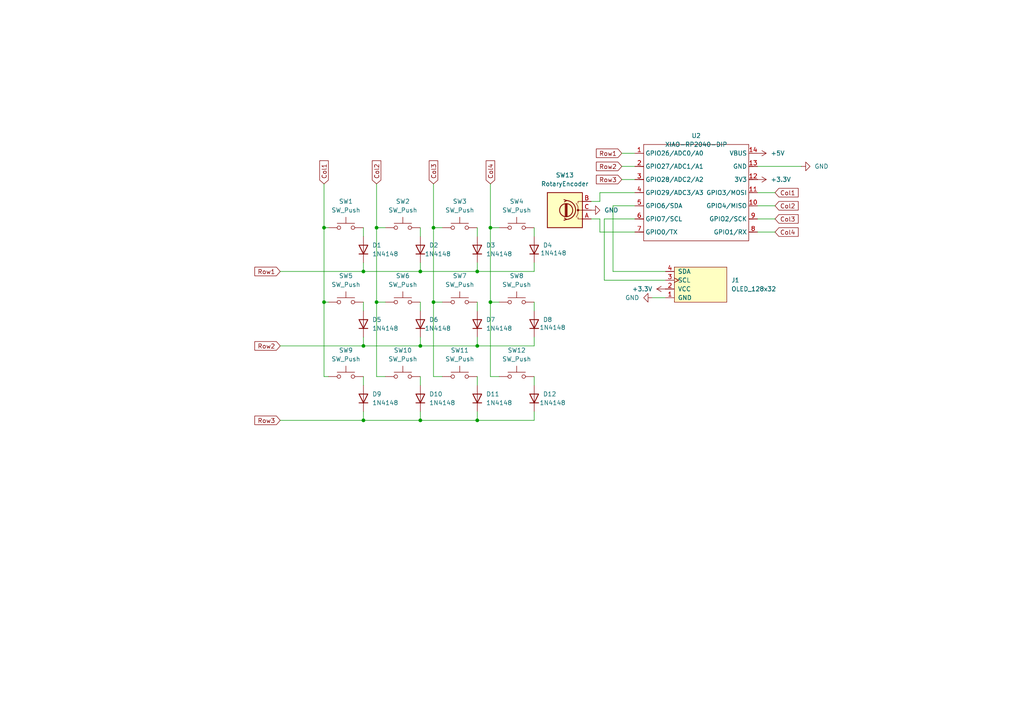
<source format=kicad_sch>
(kicad_sch (version 20250114) (generator "eeschema") (generator_version "9.0")
  (paper "A4")
  (lib_symbols
    (symbol "Device:RotaryEncoder" (pin_names (offset 0.254) (hide yes))
      (property "Reference" "SW" (at 0 6.604 0))
      (property "Value" "RotaryEncoder" (at 0 -6.604 0))
      (symbol "RotaryEncoder_0_1"
        (rectangle (start -5.08 5.08) (end 5.08 -5.08) (stroke (width 0.254)) (fill (type background)))
        (polyline (pts (xy -5.08 2.54) (xy -3.81 2.54) (xy -3.81 2.032)))
        (polyline (pts (xy -5.08 0) (xy -3.81 0) (xy -3.81 -1.016) (xy -3.302 -2.032)))
        (polyline (pts (xy -5.08 -2.54) (xy -3.81 -2.54) (xy -3.81 -2.032)))
        (polyline (pts (xy -4.318 0) (xy -3.81 0) (xy -3.81 1.016) (xy -3.302 2.032)))
        (circle (center -3.81 0) (radius 0.254) (fill (type outline)))
        (polyline (pts (xy -0.635 -1.778) (xy -0.635 1.778)) (stroke (width 0.254)))
        (circle (center -0.381 0) (radius 1.905) (stroke (width 0.254)))
        (polyline (pts (xy -0.381 -1.778) (xy -0.381 1.778)) (stroke (width 0.254)))
        (arc (start -0.381 -2.794) (mid -3.0988 -0.0635) (end -0.381 2.667) (stroke (width 0.254)))
        (polyline (pts (xy -0.127 1.778) (xy -0.127 -1.778)) (stroke (width 0.254)))
        (polyline (pts (xy 0.254 2.921) (xy -0.508 2.667) (xy 0.127 2.286)) (stroke (width 0.254)))
        (polyline (pts (xy 0.254 -3.048) (xy -0.508 -2.794) (xy 0.127 -2.413)) (stroke (width 0.254)))
      )
      (symbol "RotaryEncoder_1_1"
        (pin passive line (at -7.62 2.54 0) (length 2.54) (name "A") (number "A"))
        (pin passive line (at -7.62 0 0) (length 2.54) (name "C") (number "C"))
        (pin passive line (at -7.62 -2.54 0) (length 2.54) (name "B") (number "B"))
      )
    )
    (symbol "Diode:1N4148" (pin_numbers (hide yes)) (pin_names (hide yes))
      (property "Reference" "D" (at 0 2.54 0))
      (property "Value" "1N4148" (at 0 -2.54 0))
      (symbol "1N4148_0_1"
        (polyline (pts (xy -1.27 1.27) (xy -1.27 -1.27)) (stroke (width 0.254)))
        (polyline (pts (xy 1.27 1.27) (xy 1.27 -1.27) (xy -1.27 0) (xy 1.27 1.27)) (stroke (width 0.254)))
        (polyline (pts (xy 1.27 0) (xy -1.27 0)))
      )
      (symbol "1N4148_1_1"
        (pin passive line (at -3.81 0 0) (length 2.54) (name "K") (number "1"))
        (pin passive line (at 3.81 0 180) (length 2.54) (name "A") (number "2"))
      )
    )
    (symbol "OPL_YAY:XIAO-RP2040-DIP"
      (property "Reference" "U" (at 0 0 0))
      (property "Value" "XIAO-RP2040-DIP" (at 5.334 -1.778 0))
      (symbol "XIAO-RP2040-DIP_1_0"
        (polyline (pts (xy -1.27 -2.54) (xy 29.21 -2.54)) (stroke (width 0.1524)))
        (polyline (pts (xy -1.27 -5.08) (xy -2.54 -5.08)) (stroke (width 0.1524)))
        (polyline (pts (xy -1.27 -5.08) (xy -1.27 -2.54)) (stroke (width 0.1524)))
        (polyline (pts (xy -1.27 -8.89) (xy -2.54 -8.89)) (stroke (width 0.1524)))
        (polyline (pts (xy -1.27 -8.89) (xy -1.27 -5.08)) (stroke (width 0.1524)))
        (polyline (pts (xy -1.27 -12.7) (xy -2.54 -12.7)) (stroke (width 0.1524)))
        (polyline (pts (xy -1.27 -12.7) (xy -1.27 -8.89)) (stroke (width 0.1524)))
        (polyline (pts (xy -1.27 -16.51) (xy -2.54 -16.51)) (stroke (width 0.1524)))
        (polyline (pts (xy -1.27 -16.51) (xy -1.27 -12.7)) (stroke (width 0.1524)))
        (polyline (pts (xy -1.27 -20.32) (xy -2.54 -20.32)) (stroke (width 0.1524)))
        (polyline (pts (xy -1.27 -24.13) (xy -2.54 -24.13)) (stroke (width 0.1524)))
        (polyline (pts (xy -1.27 -27.94) (xy -2.54 -27.94)) (stroke (width 0.1524)))
        (polyline (pts (xy -1.27 -30.48) (xy -1.27 -16.51)) (stroke (width 0.1524)))
        (polyline (pts (xy 29.21 -2.54) (xy 29.21 -5.08)) (stroke (width 0.1524)))
        (polyline (pts (xy 29.21 -5.08) (xy 29.21 -8.89)) (stroke (width 0.1524)))
        (polyline (pts (xy 29.21 -8.89) (xy 29.21 -12.7)) (stroke (width 0.1524)))
        (polyline (pts (xy 29.21 -12.7) (xy 29.21 -30.48)) (stroke (width 0.1524)))
        (polyline (pts (xy 29.21 -30.48) (xy -1.27 -30.48)) (stroke (width 0.1524)))
        (polyline (pts (xy 30.48 -5.08) (xy 29.21 -5.08)) (stroke (width 0.1524)))
        (polyline (pts (xy 30.48 -8.89) (xy 29.21 -8.89)) (stroke (width 0.1524)))
        (polyline (pts (xy 30.48 -12.7) (xy 29.21 -12.7)) (stroke (width 0.1524)))
        (polyline (pts (xy 30.48 -16.51) (xy 29.21 -16.51)) (stroke (width 0.1524)))
        (polyline (pts (xy 30.48 -20.32) (xy 29.21 -20.32)) (stroke (width 0.1524)))
        (polyline (pts (xy 30.48 -24.13) (xy 29.21 -24.13)) (stroke (width 0.1524)))
        (polyline (pts (xy 30.48 -27.94) (xy 29.21 -27.94)) (stroke (width 0.1524)))
        (pin passive line (at -3.81 -5.08 0) (length 2.54) (name "GPIO26/ADC0/A0") (number "1"))
        (pin passive line (at -3.81 -8.89 0) (length 2.54) (name "GPIO27/ADC1/A1") (number "2"))
        (pin passive line (at -3.81 -12.7 0) (length 2.54) (name "GPIO28/ADC2/A2") (number "3"))
        (pin passive line (at -3.81 -16.51 0) (length 2.54) (name "GPIO29/ADC3/A3") (number "4"))
        (pin passive line (at -3.81 -20.32 0) (length 2.54) (name "GPIO6/SDA") (number "5"))
        (pin passive line (at -3.81 -24.13 0) (length 2.54) (name "GPIO7/SCL") (number "6"))
        (pin passive line (at -3.81 -27.94 0) (length 2.54) (name "GPIO0/TX") (number "7"))
        (pin passive line (at 31.75 -5.08 180) (length 2.54) (name "VBUS") (number "14"))
        (pin passive line (at 31.75 -8.89 180) (length 2.54) (name "GND") (number "13"))
        (pin passive line (at 31.75 -12.7 180) (length 2.54) (name "3V3") (number "12"))
        (pin passive line (at 31.75 -16.51 180) (length 2.54) (name "GPIO3/MOSI") (number "11"))
        (pin passive line (at 31.75 -20.32 180) (length 2.54) (name "GPIO4/MISO") (number "10"))
        (pin passive line (at 31.75 -24.13 180) (length 2.54) (name "GPIO2/SCK") (number "9"))
        (pin passive line (at 31.75 -27.94 180) (length 2.54) (name "GPIO1/RX") (number "8"))
      )
    )
    (symbol "ScottoKeebsSym:OLED_128x32" (pin_names (offset 1.016))
      (property "Reference" "J" (at 0 -6.35 0))
      (property "Value" "OLED_128x32" (at 0 6.35 0))
      (symbol "OLED_128x32_0_1"
        (rectangle (start 0 5.08) (end 15.24 -5.08) (fill (type background)))
      )
      (symbol "OLED_128x32_1_1"
        (pin bidirectional line (at -2.54 3.81 0) (length 2.54) (name "SDA") (number "4"))
        (pin input clock (at -2.54 1.27 0) (length 2.54) (name "SCL") (number "3"))
        (pin power_in line (at -2.54 -1.27 0) (length 2.54) (name "VCC") (number "2"))
        (pin power_in line (at -2.54 -3.81 0) (length 2.54) (name "GND") (number "1"))
      )
    )
    (symbol "Switch:SW_Push" (pin_numbers (hide yes)) (pin_names (offset 1.016) (hide yes))
      (property "Reference" "SW" (at 1.27 2.54 0))
      (property "Value" "SW_Push" (at 0 -1.524 0))
      (symbol "SW_Push_0_1"
        (circle (center -2.032 0) (radius 0.508))
        (polyline (pts (xy 0 1.27) (xy 0 3.048)))
        (circle (center 2.032 0) (radius 0.508))
        (polyline (pts (xy 2.54 1.27) (xy -2.54 1.27)))
        (pin passive line (at -5.08 0 0) (length 2.54) (name "1") (number "1"))
        (pin passive line (at 5.08 0 180) (length 2.54) (name "2") (number "2"))
      )
    )
    (symbol "power:+3.3V" (power) (pin_numbers (hide yes)) (pin_names (offset 0) (hide yes))
      (property "Value" "+3.3V" (at 0 3.556 0))
      (symbol "+3.3V_0_1"
        (polyline (pts (xy -0.762 1.27) (xy 0 2.54)))
        (polyline (pts (xy 0 2.54) (xy 0.762 1.27)))
        (polyline (pts (xy 0 0) (xy 0 2.54)))
      )
      (symbol "+3.3V_1_1"
        (pin power_in line (at 0 0 90) (length 0) (name "~") (number "1"))
      )
    )
    (symbol "power:+5V" (power) (pin_numbers (hide yes)) (pin_names (offset 0) (hide yes))
      (property "Value" "+5V" (at 0 3.556 0))
      (symbol "+5V_0_1"
        (polyline (pts (xy -0.762 1.27) (xy 0 2.54)))
        (polyline (pts (xy 0 2.54) (xy 0.762 1.27)))
        (polyline (pts (xy 0 0) (xy 0 2.54)))
      )
      (symbol "+5V_1_1"
        (pin power_in line (at 0 0 90) (length 0) (name "~") (number "1"))
      )
    )
    (symbol "power:GND" (power) (pin_numbers (hide yes)) (pin_names (offset 0) (hide yes))
      (property "Value" "GND" (at 0 -3.81 0))
      (symbol "GND_0_1"
        (polyline (pts (xy 0 0) (xy 0 -1.27) (xy 1.27 -1.27) (xy 0 -2.54) (xy -1.27 -1.27) (xy 0 -1.27)))
      )
      (symbol "GND_1_1"
        (pin power_in line (at 0 0 270) (length 0) (name "~") (number "1"))
      )
    )
  )
  (junction (at 142.24 87.63))
  (junction (at 93.98 87.63))
  (junction (at 109.22 66.04))
  (junction (at 109.22 87.63))
  (junction (at 121.92 121.92))
  (junction (at 105.41 121.92))
  (junction (at 93.98 66.04))
  (junction (at 121.92 78.74))
  (junction (at 125.73 87.63))
  (junction (at 142.24 66.04))
  (junction (at 105.41 100.33))
  (junction (at 105.41 78.74))
  (junction (at 138.43 100.33))
  (junction (at 138.43 78.74))
  (junction (at 125.73 66.04))
  (junction (at 121.92 100.33))
  (junction (at 138.43 121.92))
  (wire (pts (xy 138.43 78.74) (xy 154.94 78.74)))
  (wire (pts (xy 154.94 109.22) (xy 154.94 111.76)))
  (wire (pts (xy 219.71 59.69) (xy 224.79 59.69)))
  (wire (pts (xy 81.28 100.33) (xy 105.41 100.33)))
  (wire (pts (xy 138.43 76.2) (xy 138.43 78.74)))
  (wire (pts (xy 105.41 76.2) (xy 105.41 78.74)))
  (wire (pts (xy 109.22 87.63) (xy 111.76 87.63)))
  (wire (pts (xy 138.43 97.79) (xy 138.43 100.33)))
  (wire (pts (xy 142.24 109.22) (xy 144.78 109.22)))
  (wire (pts (xy 138.43 87.63) (xy 138.43 90.17)))
  (wire (pts (xy 184.15 63.5) (xy 175.26 63.5)))
  (wire (pts (xy 154.94 76.2) (xy 154.94 78.74)))
  (wire (pts (xy 142.24 87.63) (xy 142.24 109.22)))
  (wire (pts (xy 105.41 100.33) (xy 121.92 100.33)))
  (wire (pts (xy 93.98 87.63) (xy 95.25 87.63)))
  (wire (pts (xy 184.15 55.88) (xy 173.99 55.88)))
  (wire (pts (xy 121.92 109.22) (xy 121.92 111.76)))
  (wire (pts (xy 184.15 59.69) (xy 177.8 59.69)))
  (wire (pts (xy 125.73 66.04) (xy 128.27 66.04)))
  (wire (pts (xy 180.34 48.26) (xy 184.15 48.26)))
  (wire (pts (xy 81.28 78.74) (xy 105.41 78.74)))
  (wire (pts (xy 142.24 53.34) (xy 142.24 66.04)))
  (wire (pts (xy 105.41 119.38) (xy 105.41 121.92)))
  (wire (pts (xy 93.98 109.22) (xy 95.25 109.22)))
  (wire (pts (xy 93.98 53.34) (xy 93.98 66.04)))
  (wire (pts (xy 219.71 63.5) (xy 224.79 63.5)))
  (wire (pts (xy 105.41 87.63) (xy 105.41 90.17)))
  (wire (pts (xy 105.41 78.74) (xy 121.92 78.74)))
  (wire (pts (xy 93.98 66.04) (xy 95.25 66.04)))
  (wire (pts (xy 219.71 55.88) (xy 224.79 55.88)))
  (wire (pts (xy 177.8 78.74) (xy 193.04 78.74)))
  (wire (pts (xy 121.92 87.63) (xy 121.92 90.17)))
  (wire (pts (xy 189.23 86.36) (xy 193.04 86.36)))
  (wire (pts (xy 105.41 97.79) (xy 105.41 100.33)))
  (wire (pts (xy 121.92 76.2) (xy 121.92 78.74)))
  (wire (pts (xy 121.92 121.92) (xy 138.43 121.92)))
  (wire (pts (xy 180.34 44.45) (xy 184.15 44.45)))
  (wire (pts (xy 125.73 66.04) (xy 125.73 87.63)))
  (wire (pts (xy 219.71 48.26) (xy 232.41 48.26)))
  (wire (pts (xy 173.99 58.42) (xy 171.45 58.42)))
  (wire (pts (xy 171.45 63.5) (xy 173.99 63.5)))
  (wire (pts (xy 138.43 100.33) (xy 154.94 100.33)))
  (wire (pts (xy 105.41 66.04) (xy 105.41 68.58)))
  (wire (pts (xy 175.26 81.28) (xy 193.04 81.28)))
  (wire (pts (xy 138.43 119.38) (xy 138.43 121.92)))
  (wire (pts (xy 173.99 67.31) (xy 184.15 67.31)))
  (wire (pts (xy 121.92 97.79) (xy 121.92 100.33)))
  (wire (pts (xy 125.73 53.34) (xy 125.73 66.04)))
  (wire (pts (xy 93.98 66.04) (xy 93.98 87.63)))
  (wire (pts (xy 105.41 109.22) (xy 105.41 111.76)))
  (wire (pts (xy 180.34 52.07) (xy 184.15 52.07)))
  (wire (pts (xy 177.8 59.69) (xy 177.8 78.74)))
  (wire (pts (xy 109.22 66.04) (xy 111.76 66.04)))
  (wire (pts (xy 109.22 87.63) (xy 109.22 109.22)))
  (wire (pts (xy 138.43 121.92) (xy 154.94 121.92)))
  (wire (pts (xy 125.73 87.63) (xy 125.73 109.22)))
  (wire (pts (xy 142.24 87.63) (xy 144.78 87.63)))
  (wire (pts (xy 154.94 119.38) (xy 154.94 121.92)))
  (wire (pts (xy 109.22 66.04) (xy 109.22 87.63)))
  (wire (pts (xy 138.43 109.22) (xy 138.43 111.76)))
  (wire (pts (xy 109.22 109.22) (xy 111.76 109.22)))
  (wire (pts (xy 154.94 97.79) (xy 154.94 100.33)))
  (wire (pts (xy 125.73 109.22) (xy 128.27 109.22)))
  (wire (pts (xy 173.99 55.88) (xy 173.99 58.42)))
  (wire (pts (xy 142.24 66.04) (xy 144.78 66.04)))
  (wire (pts (xy 81.28 121.92) (xy 105.41 121.92)))
  (wire (pts (xy 109.22 53.34) (xy 109.22 66.04)))
  (wire (pts (xy 125.73 87.63) (xy 128.27 87.63)))
  (wire (pts (xy 142.24 66.04) (xy 142.24 87.63)))
  (wire (pts (xy 173.99 63.5) (xy 173.99 67.31)))
  (wire (pts (xy 93.98 87.63) (xy 93.98 109.22)))
  (wire (pts (xy 121.92 119.38) (xy 121.92 121.92)))
  (wire (pts (xy 121.92 78.74) (xy 138.43 78.74)))
  (wire (pts (xy 121.92 100.33) (xy 138.43 100.33)))
  (wire (pts (xy 154.94 66.04) (xy 154.94 68.58)))
  (wire (pts (xy 138.43 66.04) (xy 138.43 68.58)))
  (wire (pts (xy 219.71 67.31) (xy 224.79 67.31)))
  (wire (pts (xy 175.26 63.5) (xy 175.26 81.28)))
  (wire (pts (xy 121.92 66.04) (xy 121.92 68.58)))
  (wire (pts (xy 154.94 87.63) (xy 154.94 90.17)))
  (wire (pts (xy 105.41 121.92) (xy 121.92 121.92)))
  (global_label "Col4" (shape input) (at 142.24 53.34 90) (property "Intersheetrefs" "${INTERSHEET_REFS}" (effects (hide yes))))
  (global_label "Col2" (shape input) (at 109.22 53.34 90) (property "Intersheetrefs" "${INTERSHEET_REFS}" (effects (hide yes))))
  (global_label "Row3" (shape input) (at 180.34 52.07 180) (property "Intersheetrefs" "${INTERSHEET_REFS}" (effects (hide yes))))
  (global_label "Col1" (shape input) (at 93.98 53.34 90) (property "Intersheetrefs" "${INTERSHEET_REFS}" (effects (hide yes))))
  (global_label "Row2" (shape input) (at 81.28 100.33 180) (property "Intersheetrefs" "${INTERSHEET_REFS}" (effects (hide yes))))
  (global_label "Col2" (shape input) (at 224.79 59.69 0) (property "Intersheetrefs" "${INTERSHEET_REFS}" (effects (hide yes))))
  (global_label "Row1" (shape input) (at 180.34 44.45 180) (property "Intersheetrefs" "${INTERSHEET_REFS}" (effects (hide yes))))
  (global_label "Col4" (shape input) (at 224.79 67.31 0) (property "Intersheetrefs" "${INTERSHEET_REFS}" (effects (hide yes))))
  (global_label "Col1" (shape input) (at 224.79 55.88 0) (property "Intersheetrefs" "${INTERSHEET_REFS}" (effects (hide yes))))
  (global_label "Col3" (shape input) (at 125.73 53.34 90) (property "Intersheetrefs" "${INTERSHEET_REFS}" (effects (hide yes))))
  (global_label "Row1" (shape input) (at 81.28 78.74 180) (property "Intersheetrefs" "${INTERSHEET_REFS}" (effects (hide yes))))
  (global_label "Row2" (shape input) (at 180.34 48.26 180) (property "Intersheetrefs" "${INTERSHEET_REFS}" (effects (hide yes))))
  (global_label "Col3" (shape input) (at 224.79 63.5 0) (property "Intersheetrefs" "${INTERSHEET_REFS}" (effects (hide yes))))
  (global_label "Row3" (shape input) (at 81.28 121.92 180) (property "Intersheetrefs" "${INTERSHEET_REFS}" (effects (hide yes))))
  (symbol (lib_id "power:GND") (at 232.41 48.26 90) (unit 1)
    (property "Reference" "#PWR09" (effects (hide yes)))
    (property "Value" "GND" (at 236.22 48.2599 90) (effects (justify right)))
    (property "Description" "Power symbol creates a global label with name \"GND\" , ground" (effects (hide yes)))
  )
  (symbol (lib_id "Diode:1N4148") (at 105.41 93.98 90) (unit 1)
    (property "Reference" "D5" (at 107.95 92.7099 90) (effects (justify right)))
    (property "Value" "1N4148" (at 107.95 95.2499 90) (effects (justify right)))
    (property "Footprint" "Diode_THT:D_DO-35_SOD27_P2.54mm_Vertical_AnodeUp" (effects (hide yes)))
    (property "Datasheet" "https://assets.nexperia.com/documents/data-sheet/1N4148_1N4448.pdf" (effects (hide yes)))
    (property "Description" "100V 0.15A standard switching diode, DO-35" (effects (hide yes)))
    (property "Sim.Device" "D" (effects (hide yes)))
    (property "Sim.Pins" "1=K 2=A" (effects (hide yes)))
  )
  (symbol (lib_id "Switch:SW_Push") (at 116.84 109.22 0) (unit 1)
    (property "Reference" "SW10" (at 116.84 101.6 0))
    (property "Value" "SW_Push" (at 116.84 104.14 0))
    (property "Footprint" "Button_Switch_Keyboard:SW_Cherry_MX_1.00u_PCB" (effects (hide yes)))
    (property "Description" "Push button switch, generic, two pins" (effects (hide yes)))
  )
  (symbol (lib_id "Diode:1N4148") (at 121.92 115.57 90) (unit 1)
    (property "Reference" "D10" (at 124.46 114.2999 90) (effects (justify right)))
    (property "Value" "1N4148" (at 124.46 116.8399 90) (effects (justify right)))
    (property "Footprint" "Diode_THT:D_DO-35_SOD27_P2.54mm_Vertical_AnodeUp" (effects (hide yes)))
    (property "Datasheet" "https://assets.nexperia.com/documents/data-sheet/1N4148_1N4448.pdf" (effects (hide yes)))
    (property "Description" "100V 0.15A standard switching diode, DO-35" (effects (hide yes)))
    (property "Sim.Device" "D" (effects (hide yes)))
    (property "Sim.Pins" "1=K 2=A" (effects (hide yes)))
  )
  (symbol (lib_id "Diode:1N4148") (at 121.92 93.98 90) (unit 1)
    (property "Reference" "D6" (at 124.46 92.7099 90) (effects (justify right)))
    (property "Value" "1N4148" (at 123.19 95.2499 90) (effects (justify right)))
    (property "Footprint" "Diode_THT:D_DO-35_SOD27_P2.54mm_Vertical_AnodeUp" (effects (hide yes)))
    (property "Datasheet" "https://assets.nexperia.com/documents/data-sheet/1N4148_1N4448.pdf" (effects (hide yes)))
    (property "Description" "100V 0.15A standard switching diode, DO-35" (effects (hide yes)))
    (property "Sim.Device" "D" (effects (hide yes)))
    (property "Sim.Pins" "1=K 2=A" (effects (hide yes)))
  )
  (symbol (lib_id "Switch:SW_Push") (at 133.35 87.63 0) (unit 1)
    (property "Reference" "SW7" (at 133.35 80.01 0))
    (property "Value" "SW_Push" (at 133.35 82.55 0))
    (property "Footprint" "Button_Switch_Keyboard:SW_Cherry_MX_1.00u_PCB" (effects (hide yes)))
    (property "Description" "Push button switch, generic, two pins" (effects (hide yes)))
  )
  (symbol (lib_id "power:+3.3V") (at 219.71 52.07 270) (unit 1)
    (property "Reference" "#PWR01" (effects (hide yes)))
    (property "Value" "+3.3V" (at 223.52 52.0699 90) (effects (justify left)))
    (property "Description" "Power symbol creates a global label with name \"+3.3V\"" (effects (hide yes)))
  )
  (symbol (lib_id "Switch:SW_Push") (at 133.35 109.22 0) (unit 1)
    (property "Reference" "SW11" (at 133.35 101.6 0))
    (property "Value" "SW_Push" (at 133.35 104.14 0))
    (property "Footprint" "Button_Switch_Keyboard:SW_Cherry_MX_1.00u_PCB" (effects (hide yes)))
    (property "Description" "Push button switch, generic, two pins" (effects (hide yes)))
  )
  (symbol (lib_id "power:GND") (at 189.23 86.36 270) (unit 1)
    (property "Reference" "#PWR08" (effects (hide yes)))
    (property "Value" "GND" (at 185.42 86.3599 90) (effects (justify right)))
    (property "Description" "Power symbol creates a global label with name \"GND\" , ground" (effects (hide yes)))
  )
  (symbol (lib_id "Diode:1N4148") (at 105.41 115.57 90) (unit 1)
    (property "Reference" "D9" (at 107.95 114.2999 90) (effects (justify right)))
    (property "Value" "1N4148" (at 107.95 116.8399 90) (effects (justify right)))
    (property "Footprint" "Diode_THT:D_DO-35_SOD27_P2.54mm_Vertical_AnodeUp" (effects (hide yes)))
    (property "Datasheet" "https://assets.nexperia.com/documents/data-sheet/1N4148_1N4448.pdf" (effects (hide yes)))
    (property "Description" "100V 0.15A standard switching diode, DO-35" (effects (hide yes)))
    (property "Sim.Device" "D" (effects (hide yes)))
    (property "Sim.Pins" "1=K 2=A" (effects (hide yes)))
  )
  (symbol (lib_id "Switch:SW_Push") (at 116.84 87.63 0) (unit 1)
    (property "Reference" "SW6" (at 116.84 80.01 0))
    (property "Value" "SW_Push" (at 116.84 82.55 0))
    (property "Footprint" "Button_Switch_Keyboard:SW_Cherry_MX_1.00u_PCB" (effects (hide yes)))
    (property "Description" "Push button switch, generic, two pins" (effects (hide yes)))
  )
  (symbol (lib_id "Device:RotaryEncoder") (at 163.83 60.96 180) (unit 1)
    (property "Reference" "SW13" (at 163.83 50.8 0))
    (property "Value" "RotaryEncoder" (at 163.83 53.34 0))
    (property "Footprint" "Rotary_Encoder:RotaryEncoder_Alps_EC11E_Vertical_H20mm_CircularMountingHoles" (effects (hide yes)))
    (property "Description" "Rotary encoder, dual channel, incremental quadrate outputs" (effects (hide yes)))
  )
  (symbol (lib_id "Diode:1N4148") (at 138.43 72.39 90) (unit 1)
    (property "Reference" "D3" (at 140.97 71.1199 90) (effects (justify right)))
    (property "Value" "1N4148" (at 140.97 73.66 90) (effects (justify right)))
    (property "Footprint" "Diode_THT:D_DO-35_SOD27_P2.54mm_Vertical_AnodeUp" (effects (hide yes)))
    (property "Datasheet" "https://assets.nexperia.com/documents/data-sheet/1N4148_1N4448.pdf" (effects (hide yes)))
    (property "Description" "100V 0.15A standard switching diode, DO-35" (effects (hide yes)))
    (property "Sim.Device" "D" (effects (hide yes)))
    (property "Sim.Pins" "1=K 2=A" (effects (hide yes)))
  )
  (symbol (lib_id "ScottoKeebsSym:OLED_128x32") (at 195.58 82.55 0) (unit 1)
    (property "Reference" "J1" (at 212.09 81.2799 0) (effects (justify left)))
    (property "Value" "OLED_128x32" (at 212.09 83.8199 0) (effects (justify left)))
    (property "Footprint" "ScottoKeebs_Components:OLED_128x32" (effects (hide yes)))
  )
  (symbol (lib_id "Diode:1N4148") (at 138.43 93.98 90) (unit 1)
    (property "Reference" "D7" (at 140.97 92.7099 90) (effects (justify right)))
    (property "Value" "1N4148" (at 140.97 95.2499 90) (effects (justify right)))
    (property "Footprint" "Diode_THT:D_DO-35_SOD27_P2.54mm_Vertical_AnodeUp" (effects (hide yes)))
    (property "Datasheet" "https://assets.nexperia.com/documents/data-sheet/1N4148_1N4448.pdf" (effects (hide yes)))
    (property "Description" "100V 0.15A standard switching diode, DO-35" (effects (hide yes)))
    (property "Sim.Device" "D" (effects (hide yes)))
    (property "Sim.Pins" "1=K 2=A" (effects (hide yes)))
  )
  (symbol (lib_id "Switch:SW_Push") (at 149.86 87.63 0) (unit 1)
    (property "Reference" "SW8" (at 149.86 80.01 0))
    (property "Value" "SW_Push" (at 149.86 82.55 0))
    (property "Footprint" "Button_Switch_Keyboard:SW_Cherry_MX_1.00u_PCB" (effects (hide yes)))
    (property "Description" "Push button switch, generic, two pins" (effects (hide yes)))
  )
  (symbol (lib_id "Switch:SW_Push") (at 100.33 109.22 0) (unit 1)
    (property "Reference" "SW9" (at 100.33 101.6 0))
    (property "Value" "SW_Push" (at 100.33 104.14 0))
    (property "Footprint" "Button_Switch_Keyboard:SW_Cherry_MX_1.00u_PCB" (effects (hide yes)))
    (property "Description" "Push button switch, generic, two pins" (effects (hide yes)))
  )
  (symbol (lib_id "Switch:SW_Push") (at 149.86 109.22 0) (unit 1)
    (property "Reference" "SW12" (at 149.86 101.6 0))
    (property "Value" "SW_Push" (at 149.86 104.14 0))
    (property "Footprint" "Button_Switch_Keyboard:SW_Cherry_MX_1.00u_PCB" (effects (hide yes)))
    (property "Description" "Push button switch, generic, two pins" (effects (hide yes)))
  )
  (symbol (lib_id "Diode:1N4148") (at 121.92 72.39 90) (unit 1)
    (property "Reference" "D2" (at 124.46 71.1199 90) (effects (justify right)))
    (property "Value" "1N4148" (at 123.19 73.6599 90) (effects (justify right)))
    (property "Footprint" "Diode_THT:D_DO-35_SOD27_P2.54mm_Vertical_AnodeUp" (effects (hide yes)))
    (property "Datasheet" "https://assets.nexperia.com/documents/data-sheet/1N4148_1N4448.pdf" (effects (hide yes)))
    (property "Description" "100V 0.15A standard switching diode, DO-35" (effects (hide yes)))
    (property "Sim.Device" "D" (effects (hide yes)))
    (property "Sim.Pins" "1=K 2=A" (effects (hide yes)))
  )
  (symbol (lib_id "Switch:SW_Push") (at 100.33 87.63 0) (unit 1)
    (property "Reference" "SW5" (at 100.33 80.01 0))
    (property "Value" "SW_Push" (at 100.33 82.55 0))
    (property "Footprint" "Button_Switch_Keyboard:SW_Cherry_MX_1.00u_PCB" (effects (hide yes)))
    (property "Description" "Push button switch, generic, two pins" (effects (hide yes)))
  )
  (symbol (lib_id "power:+3.3V") (at 193.04 83.82 90) (unit 1)
    (property "Reference" "#PWR07" (effects (hide yes)))
    (property "Value" "+3.3V" (at 189.23 83.8199 90) (effects (justify left)))
    (property "Description" "Power symbol creates a global label with name \"+3.3V\"" (effects (hide yes)))
  )
  (symbol (lib_id "power:+5V") (at 219.71 44.45 270) (unit 1)
    (property "Reference" "#PWR010" (effects (hide yes)))
    (property "Value" "+5V" (at 223.52 44.4499 90) (effects (justify left)))
    (property "Description" "Power symbol creates a global label with name \"+5V\"" (effects (hide yes)))
  )
  (symbol (lib_id "Diode:1N4148") (at 154.94 72.39 90) (unit 1)
    (property "Reference" "D4" (at 157.48 71.1199 90) (effects (justify right)))
    (property "Value" "1N4148" (at 156.718 73.406 90) (effects (justify right)))
    (property "Footprint" "Diode_THT:D_DO-35_SOD27_P2.54mm_Vertical_AnodeUp" (effects (hide yes)))
    (property "Datasheet" "https://assets.nexperia.com/documents/data-sheet/1N4148_1N4448.pdf" (effects (hide yes)))
    (property "Description" "100V 0.15A standard switching diode, DO-35" (effects (hide yes)))
    (property "Sim.Device" "D" (effects (hide yes)))
    (property "Sim.Pins" "1=K 2=A" (effects (hide yes)))
  )
  (symbol (lib_id "Switch:SW_Push") (at 149.86 66.04 0) (unit 1)
    (property "Reference" "SW4" (at 149.86 58.42 0))
    (property "Value" "SW_Push" (at 149.86 60.96 0))
    (property "Footprint" "Button_Switch_Keyboard:SW_Cherry_MX_1.00u_PCB" (effects (hide yes)))
    (property "Description" "Push button switch, generic, two pins" (effects (hide yes)))
  )
  (symbol (lib_id "power:GND") (at 171.45 60.96 90) (unit 1)
    (property "Reference" "#PWR02" (effects (hide yes)))
    (property "Value" "GND" (at 175.26 60.9599 90) (effects (justify right)))
    (property "Description" "Power symbol creates a global label with name \"GND\" , ground" (effects (hide yes)))
  )
  (symbol (lib_id "Switch:SW_Push") (at 133.35 66.04 0) (unit 1)
    (property "Reference" "SW3" (at 133.35 58.42 0))
    (property "Value" "SW_Push" (at 133.35 60.96 0))
    (property "Footprint" "Button_Switch_Keyboard:SW_Cherry_MX_1.00u_PCB" (effects (hide yes)))
    (property "Description" "Push button switch, generic, two pins" (effects (hide yes)))
  )
  (symbol (lib_id "Diode:1N4148") (at 105.41 72.39 90) (unit 1)
    (property "Reference" "D1" (at 107.95 71.1199 90) (effects (justify right)))
    (property "Value" "1N4148" (at 107.95 73.6599 90) (effects (justify right)))
    (property "Footprint" "Diode_THT:D_DO-35_SOD27_P2.54mm_Vertical_AnodeUp" (effects (hide yes)))
    (property "Datasheet" "https://assets.nexperia.com/documents/data-sheet/1N4148_1N4448.pdf" (effects (hide yes)))
    (property "Description" "100V 0.15A standard switching diode, DO-35" (effects (hide yes)))
    (property "Sim.Device" "D" (effects (hide yes)))
    (property "Sim.Pins" "1=K 2=A" (effects (hide yes)))
  )
  (symbol (lib_id "Diode:1N4148") (at 138.43 115.57 90) (unit 1)
    (property "Reference" "D11" (at 140.97 114.2999 90) (effects (justify right)))
    (property "Value" "1N4148" (at 140.97 116.8399 90) (effects (justify right)))
    (property "Footprint" "Diode_THT:D_DO-35_SOD27_P2.54mm_Vertical_AnodeUp" (effects (hide yes)))
    (property "Datasheet" "https://assets.nexperia.com/documents/data-sheet/1N4148_1N4448.pdf" (effects (hide yes)))
    (property "Description" "100V 0.15A standard switching diode, DO-35" (effects (hide yes)))
    (property "Sim.Device" "D" (effects (hide yes)))
    (property "Sim.Pins" "1=K 2=A" (effects (hide yes)))
  )
  (symbol (lib_id "OPL_YAY:XIAO-RP2040-DIP") (at 187.96 39.37 0) (unit 1)
    (property "Reference" "U2" (at 201.93 39.37 0))
    (property "Value" "XIAO-RP2040-DIP" (at 201.93 41.91 0))
    (property "Footprint" "OPL_FOLD:XIAO-RP2040-DIP" (effects (hide yes)))
  )
  (symbol (lib_id "Switch:SW_Push") (at 100.33 66.04 0) (unit 1)
    (property "Reference" "SW1" (at 100.33 58.42 0))
    (property "Value" "SW_Push" (at 100.33 60.96 0))
    (property "Footprint" "Button_Switch_Keyboard:SW_Cherry_MX_1.00u_PCB" (effects (hide yes)))
    (property "Description" "Push button switch, generic, two pins" (effects (hide yes)))
  )
  (symbol (lib_id "Diode:1N4148") (at 154.94 93.98 90) (unit 1)
    (property "Reference" "D8" (at 157.48 92.7099 90) (effects (justify right)))
    (property "Value" "1N4148" (at 156.464 94.996 90) (effects (justify right)))
    (property "Footprint" "Diode_THT:D_DO-35_SOD27_P2.54mm_Vertical_AnodeUp" (effects (hide yes)))
    (property "Datasheet" "https://assets.nexperia.com/documents/data-sheet/1N4148_1N4448.pdf" (effects (hide yes)))
    (property "Description" "100V 0.15A standard switching diode, DO-35" (effects (hide yes)))
    (property "Sim.Device" "D" (effects (hide yes)))
    (property "Sim.Pins" "1=K 2=A" (effects (hide yes)))
  )
  (symbol (lib_id "Diode:1N4148") (at 154.94 115.57 90) (unit 1)
    (property "Reference" "D12" (at 157.48 114.2999 90) (effects (justify right)))
    (property "Value" "1N4148" (at 156.464 116.84 90) (effects (justify right)))
    (property "Footprint" "Diode_THT:D_DO-35_SOD27_P2.54mm_Vertical_AnodeUp" (effects (hide yes)))
    (property "Datasheet" "https://assets.nexperia.com/documents/data-sheet/1N4148_1N4448.pdf" (effects (hide yes)))
    (property "Description" "100V 0.15A standard switching diode, DO-35" (effects (hide yes)))
    (property "Sim.Device" "D" (effects (hide yes)))
    (property "Sim.Pins" "1=K 2=A" (effects (hide yes)))
  )
  (symbol (lib_id "Switch:SW_Push") (at 116.84 66.04 0) (unit 1)
    (property "Reference" "SW2" (at 116.84 58.42 0))
    (property "Value" "SW_Push" (at 116.84 60.96 0))
    (property "Footprint" "Button_Switch_Keyboard:SW_Cherry_MX_1.00u_PCB" (effects (hide yes)))
    (property "Description" "Push button switch, generic, two pins" (effects (hide yes)))
  )
)
</source>
